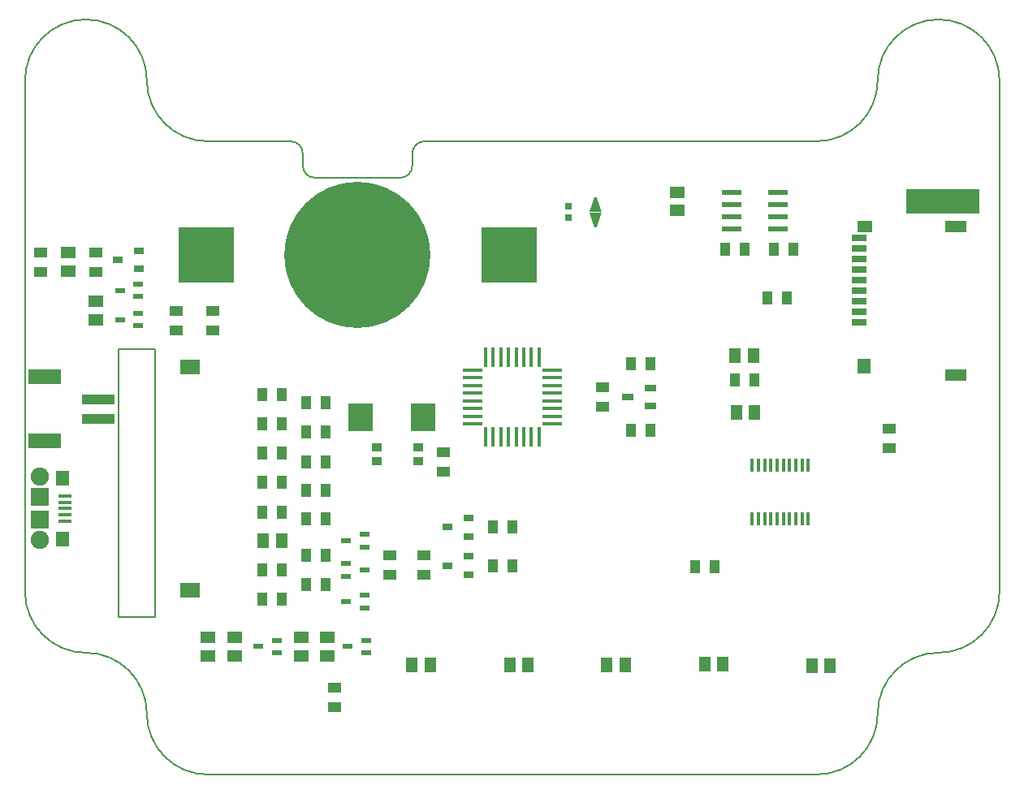
<source format=gbp>
G04 (created by PCBNEW (2013-mar-13)-testing) date Tuesday 04 June 2013 09:26:20 PM IST*
%MOIN*%
G04 Gerber Fmt 3.4, Leading zero omitted, Abs format*
%FSLAX34Y34*%
G01*
G70*
G90*
G04 APERTURE LIST*
%ADD10C,0.005906*%
%ADD11C,0.005000*%
%ADD12R,0.039400X0.023600*%
%ADD13R,0.039400X0.031500*%
%ADD14R,0.042000X0.056000*%
%ADD15R,0.056000X0.042000*%
%ADD16R,0.059000X0.051200*%
%ADD17R,0.051200X0.059000*%
%ADD18R,0.047200X0.031500*%
%ADD19R,0.078700X0.017700*%
%ADD20R,0.017700X0.078700*%
%ADD21R,0.054000X0.016000*%
%ADD22R,0.056000X0.063000*%
%ADD23R,0.075000X0.075000*%
%ADD24C,0.075000*%
%ADD25R,0.030000X0.030000*%
%ADD26R,0.080000X0.024000*%
%ADD27R,0.039400X0.035400*%
%ADD28R,0.098425X0.118110*%
%ADD29R,0.300000X0.100000*%
%ADD30R,0.133700X0.059000*%
%ADD31R,0.137700X0.039200*%
%ADD32R,0.078740X0.062992*%
%ADD33R,0.043307X0.003937*%
%ADD34R,0.016500X0.057900*%
%ADD35R,0.062992X0.027559*%
%ADD36R,0.062992X0.047244*%
%ADD37R,0.086614X0.047244*%
%ADD38R,0.055118X0.062992*%
%ADD39R,0.225000X0.225000*%
%ADD40C,0.600000*%
G04 APERTURE END LIST*
G54D10*
G54D11*
X21400Y-19500D02*
G75*
G03X20900Y-19000I-500J0D01*
G74*
G01*
X26400Y-19000D02*
G75*
G03X25900Y-19500I0J-500D01*
G74*
G01*
X25400Y-20500D02*
G75*
G03X25900Y-20000I0J500D01*
G74*
G01*
X21400Y-20000D02*
G75*
G03X21900Y-20500I500J0D01*
G74*
G01*
X25900Y-19500D02*
X25900Y-20000D01*
X21400Y-19500D02*
X21400Y-20000D01*
X21900Y-20500D02*
X25400Y-20500D01*
X20900Y-19000D02*
X17500Y-19000D01*
X26400Y-19000D02*
X42500Y-19000D01*
X47500Y-40000D02*
G75*
G03X50000Y-37500I0J2500D01*
G74*
G01*
X42500Y-45000D02*
G75*
G03X45000Y-42500I0J2500D01*
G74*
G01*
X47500Y-40000D02*
G75*
G03X45000Y-42500I0J-2500D01*
G74*
G01*
X15000Y-42500D02*
G75*
G03X17500Y-45000I2500J0D01*
G74*
G01*
X10000Y-37500D02*
G75*
G03X12500Y-40000I2500J0D01*
G74*
G01*
X15000Y-42500D02*
G75*
G03X12500Y-40000I-2500J0D01*
G74*
G01*
X42500Y-19000D02*
G75*
G03X45000Y-16500I0J2500D01*
G74*
G01*
X50000Y-16500D02*
G75*
G03X47500Y-14000I-2500J0D01*
G74*
G01*
X47500Y-14000D02*
G75*
G03X45000Y-16500I0J-2500D01*
G74*
G01*
X15000Y-16500D02*
G75*
G03X17500Y-19000I2500J0D01*
G74*
G01*
X15000Y-16500D02*
G75*
G03X12500Y-14000I-2500J0D01*
G74*
G01*
X12500Y-14000D02*
G75*
G03X10000Y-16500I0J-2500D01*
G74*
G01*
X13850Y-38550D02*
X15350Y-38550D01*
X13850Y-27550D02*
X13850Y-38550D01*
X15350Y-27550D02*
X13850Y-27550D01*
X15350Y-38550D02*
X15350Y-27550D01*
X42500Y-45000D02*
X17500Y-45000D01*
X10000Y-37500D02*
X10000Y-16500D01*
X50000Y-16500D02*
X50000Y-37500D01*
G54D12*
X23924Y-38156D03*
X23924Y-37644D03*
X23176Y-37900D03*
X14649Y-26581D03*
X14649Y-26069D03*
X13901Y-26325D03*
X23924Y-35656D03*
X23924Y-35144D03*
X23176Y-35400D03*
X20324Y-40006D03*
X20324Y-39494D03*
X19576Y-39750D03*
X23176Y-36344D03*
X23176Y-36856D03*
X23924Y-36600D03*
X23999Y-40006D03*
X23999Y-39494D03*
X23251Y-39750D03*
X14649Y-25381D03*
X14649Y-24869D03*
X13901Y-25125D03*
G54D13*
X13792Y-23875D03*
X14658Y-24250D03*
X14658Y-23500D03*
G54D14*
X41275Y-25425D03*
X40475Y-25425D03*
X29200Y-34850D03*
X30000Y-34850D03*
X19750Y-34225D03*
X20550Y-34225D03*
X21550Y-30950D03*
X22350Y-30950D03*
X19750Y-33000D03*
X20550Y-33000D03*
X21550Y-32175D03*
X22350Y-32175D03*
G54D15*
X16220Y-26780D03*
X16220Y-25980D03*
G54D14*
X21550Y-29750D03*
X22350Y-29750D03*
X19750Y-30600D03*
X20550Y-30600D03*
G54D15*
X17700Y-26775D03*
X17700Y-25975D03*
G54D14*
X21550Y-33350D03*
X22350Y-33350D03*
X21550Y-37200D03*
X22350Y-37200D03*
X19750Y-31800D03*
X20550Y-31800D03*
X21550Y-36000D03*
X22350Y-36000D03*
X34875Y-28150D03*
X35675Y-28150D03*
X22350Y-34500D03*
X21550Y-34500D03*
X19750Y-36600D03*
X20550Y-36600D03*
X19750Y-37800D03*
X20550Y-37800D03*
X19750Y-29400D03*
X20550Y-29400D03*
G54D15*
X26375Y-36800D03*
X26375Y-36000D03*
G54D16*
X12900Y-26325D03*
X12900Y-25575D03*
X22400Y-39375D03*
X22400Y-40125D03*
X18600Y-40125D03*
X18600Y-39375D03*
G54D17*
X19775Y-35400D03*
X20525Y-35400D03*
G54D16*
X17500Y-39375D03*
X17500Y-40125D03*
X21350Y-39375D03*
X21350Y-40125D03*
G54D17*
X39900Y-27800D03*
X39150Y-27800D03*
G54D16*
X11775Y-24325D03*
X11775Y-23575D03*
G54D15*
X24975Y-36800D03*
X24975Y-36000D03*
G54D14*
X39150Y-28800D03*
X39950Y-28800D03*
X38300Y-36475D03*
X37500Y-36475D03*
G54D15*
X12900Y-23575D03*
X12900Y-24375D03*
G54D14*
X35675Y-30875D03*
X34875Y-30875D03*
G54D15*
X27175Y-31775D03*
X27175Y-32575D03*
X10650Y-23575D03*
X10650Y-24375D03*
X33700Y-29900D03*
X33700Y-29100D03*
G54D18*
X35675Y-29125D03*
X34725Y-29500D03*
X35675Y-29875D03*
G54D17*
X34625Y-40500D03*
X33875Y-40500D03*
X38650Y-40475D03*
X37900Y-40475D03*
X30650Y-40500D03*
X29900Y-40500D03*
X42300Y-40525D03*
X43050Y-40525D03*
G54D15*
X22700Y-41450D03*
X22700Y-42250D03*
G54D19*
X28366Y-28398D03*
X28366Y-28713D03*
X28366Y-29028D03*
X28366Y-29343D03*
X28366Y-29657D03*
X28366Y-29972D03*
X28366Y-30287D03*
X28366Y-30602D03*
X31634Y-30602D03*
X31634Y-28398D03*
X31634Y-28713D03*
X31634Y-29028D03*
X31634Y-29343D03*
X31634Y-29657D03*
X31634Y-29972D03*
X31634Y-30287D03*
G54D20*
X28898Y-31134D03*
X29213Y-31134D03*
X29528Y-31134D03*
X29843Y-31134D03*
X30157Y-31134D03*
X30472Y-31134D03*
X30787Y-31134D03*
X31102Y-31134D03*
X28898Y-27866D03*
X29213Y-27866D03*
X29528Y-27866D03*
X29843Y-27866D03*
X30157Y-27866D03*
X30472Y-27866D03*
X30787Y-27866D03*
X31102Y-27866D03*
G54D13*
X27342Y-36425D03*
X28208Y-36800D03*
X28208Y-36050D03*
G54D16*
X36775Y-21850D03*
X36775Y-21100D03*
G54D14*
X40750Y-23425D03*
X41550Y-23425D03*
G54D17*
X26625Y-40500D03*
X25875Y-40500D03*
G54D14*
X39525Y-23425D03*
X38725Y-23425D03*
G54D15*
X45475Y-30800D03*
X45475Y-31600D03*
G54D21*
X11650Y-34075D03*
X11650Y-33819D03*
X11650Y-33563D03*
X11650Y-34331D03*
X11650Y-34587D03*
G54D22*
X11550Y-35325D03*
X11550Y-32825D03*
G54D23*
X10600Y-34550D03*
X10600Y-33600D03*
G54D24*
X10600Y-35375D03*
X10600Y-32775D03*
G54D13*
X27342Y-34850D03*
X28208Y-35225D03*
X28208Y-34475D03*
G54D14*
X29200Y-36425D03*
X30000Y-36425D03*
G54D25*
X32300Y-21675D03*
X32300Y-22150D03*
G54D26*
X39000Y-21100D03*
X40900Y-21100D03*
X39000Y-21600D03*
X39000Y-22100D03*
X39000Y-22600D03*
X40900Y-21600D03*
X40900Y-22100D03*
X40900Y-22600D03*
G54D27*
X26125Y-32146D03*
X26125Y-31554D03*
X24450Y-32146D03*
X24450Y-31554D03*
G54D28*
X23775Y-30325D03*
X26325Y-30325D03*
G54D29*
X47675Y-21475D03*
G54D30*
X10819Y-31318D03*
G54D31*
X13004Y-30393D03*
X13004Y-29607D03*
G54D30*
X10819Y-28682D03*
G54D10*
G36*
X33475Y-22550D02*
X33375Y-22550D01*
X33175Y-21950D01*
X33675Y-21950D01*
X33475Y-22550D01*
X33475Y-22550D01*
G37*
G36*
X33675Y-21900D02*
X33175Y-21900D01*
X33375Y-21300D01*
X33475Y-21300D01*
X33675Y-21900D01*
X33675Y-21900D01*
G37*
G54D32*
X16768Y-28263D03*
X16768Y-37436D03*
G54D33*
X18050Y-29011D03*
X18050Y-29208D03*
X18050Y-29405D03*
X18050Y-29601D03*
X18050Y-29798D03*
X18050Y-29995D03*
X18050Y-30192D03*
X18050Y-30389D03*
X18050Y-30586D03*
X18050Y-30783D03*
X18050Y-30979D03*
X18050Y-31176D03*
X18050Y-31373D03*
X18050Y-31570D03*
X18050Y-31767D03*
X18050Y-31964D03*
X18050Y-32161D03*
X18050Y-32357D03*
X18050Y-32554D03*
X18050Y-32751D03*
X18050Y-32948D03*
X18050Y-33145D03*
X18050Y-33342D03*
X18050Y-33538D03*
X18050Y-33735D03*
X18050Y-33932D03*
X18050Y-34129D03*
X18050Y-34326D03*
X18050Y-34523D03*
X18050Y-34720D03*
X18050Y-34916D03*
X18050Y-35113D03*
X18050Y-35310D03*
X18050Y-35507D03*
X18050Y-35704D03*
X18050Y-35901D03*
X18050Y-36098D03*
X18050Y-36294D03*
X18050Y-36491D03*
X18050Y-36688D03*
G54D34*
X40872Y-32298D03*
X41128Y-32298D03*
X41384Y-32298D03*
X41640Y-32298D03*
X40104Y-34502D03*
X40104Y-32298D03*
X40360Y-32298D03*
X40616Y-32298D03*
X41896Y-34502D03*
X41640Y-34502D03*
X41384Y-34502D03*
X41128Y-34502D03*
X40872Y-34502D03*
X40616Y-34502D03*
X41896Y-32298D03*
X40360Y-34502D03*
X39848Y-32298D03*
X42152Y-32298D03*
X42152Y-34502D03*
X39848Y-34502D03*
G54D35*
X44230Y-24700D03*
X44230Y-24267D03*
X44230Y-23834D03*
X44230Y-23401D03*
X44230Y-22968D03*
X44230Y-25133D03*
X44230Y-25566D03*
X44230Y-25999D03*
X44230Y-26432D03*
G54D36*
X44466Y-22495D03*
G54D37*
X48206Y-22495D03*
X48206Y-28597D03*
G54D38*
X44426Y-28243D03*
G54D17*
X39200Y-30150D03*
X39950Y-30150D03*
G54D39*
X29875Y-23675D03*
X17425Y-23675D03*
G54D40*
X23650Y-23675D03*
M02*

</source>
